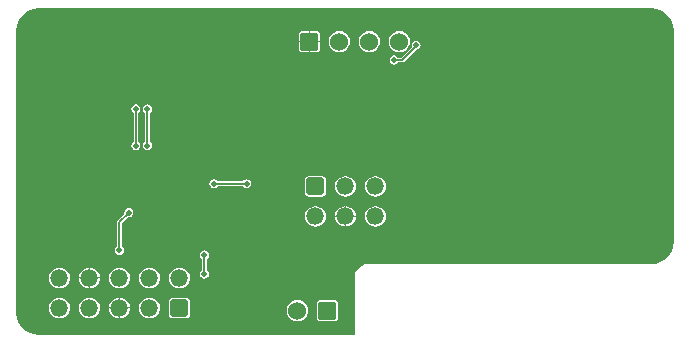
<source format=gbr>
%TF.GenerationSoftware,Altium Limited,Altium Designer,20.1.8 (145)*%
G04 Layer_Physical_Order=4*
G04 Layer_Color=16728128*
%FSLAX45Y45*%
%MOMM*%
%TF.SameCoordinates,98D083CD-8668-4ABA-A521-F4C8EB5CE2D3*%
%TF.FilePolarity,Positive*%
%TF.FileFunction,Copper,L4,Bot,Signal*%
%TF.Part,Single*%
G01*
G75*
%TA.AperFunction,Conductor*%
%ADD24C,0.12700*%
%TA.AperFunction,ComponentPad*%
%ADD29C,1.50000*%
G04:AMPARAMS|DCode=30|XSize=1.524mm|YSize=1.524mm|CornerRadius=0.1905mm|HoleSize=0mm|Usage=FLASHONLY|Rotation=180.000|XOffset=0mm|YOffset=0mm|HoleType=Round|Shape=RoundedRectangle|*
%AMROUNDEDRECTD30*
21,1,1.52400,1.14300,0,0,180.0*
21,1,1.14300,1.52400,0,0,180.0*
1,1,0.38100,-0.57150,0.57150*
1,1,0.38100,0.57150,0.57150*
1,1,0.38100,0.57150,-0.57150*
1,1,0.38100,-0.57150,-0.57150*
%
%ADD30ROUNDEDRECTD30*%
%ADD31C,1.52400*%
G04:AMPARAMS|DCode=32|XSize=1.5mm|YSize=1.45mm|CornerRadius=0.18125mm|HoleSize=0mm|Usage=FLASHONLY|Rotation=180.000|XOffset=0mm|YOffset=0mm|HoleType=Round|Shape=RoundedRectangle|*
%AMROUNDEDRECTD32*
21,1,1.50000,1.08750,0,0,180.0*
21,1,1.13750,1.45000,0,0,180.0*
1,1,0.36250,-0.56875,0.54375*
1,1,0.36250,0.56875,0.54375*
1,1,0.36250,0.56875,-0.54375*
1,1,0.36250,-0.56875,-0.54375*
%
%ADD32ROUNDEDRECTD32*%
%ADD33O,1.50000X1.45000*%
%TA.AperFunction,ViaPad*%
%ADD34C,3.00000*%
%ADD35C,0.50000*%
G36*
X5400001Y2781824D02*
X5435473Y2778330D01*
X5469582Y2767984D01*
X5501017Y2751181D01*
X5528570Y2728569D01*
X5551183Y2701016D01*
X5567985Y2669581D01*
X5578332Y2635472D01*
X5581826Y2600000D01*
X5581872D01*
Y800000D01*
X5581826D01*
X5578332Y764528D01*
X5567985Y730419D01*
X5551182Y698983D01*
X5528570Y671430D01*
X5501017Y648818D01*
X5469582Y632015D01*
X5435472Y621669D01*
X5400000Y618175D01*
Y618129D01*
X3000000Y618129D01*
Y618797D01*
X2969253Y614749D01*
X2940602Y602881D01*
X2915998Y584002D01*
X2897119Y559398D01*
X2885252Y530747D01*
X2881204Y500001D01*
X2881872D01*
Y18128D01*
X200000D01*
Y18174D01*
X164528Y21668D01*
X130418Y32015D01*
X98983Y48818D01*
X71430Y71430D01*
X48818Y98983D01*
X32015Y130418D01*
X21668Y164528D01*
X18174Y200000D01*
X18128D01*
X18128Y2599999D01*
X18174D01*
X21668Y2635471D01*
X32015Y2669580D01*
X48818Y2701015D01*
X71430Y2728569D01*
X98983Y2751181D01*
X130418Y2767984D01*
X164528Y2778330D01*
X200000Y2781824D01*
Y2781870D01*
X5400000D01*
X5400001Y2781824D01*
D02*
G37*
%LPC*%
G36*
X2554850Y2589522D02*
X2504050D01*
Y2506350D01*
X2587222D01*
Y2557150D01*
X2584758Y2569538D01*
X2577740Y2580040D01*
X2567238Y2587058D01*
X2554850Y2589522D01*
D02*
G37*
G36*
X2491350D02*
X2440550D01*
X2428162Y2587058D01*
X2417659Y2580040D01*
X2410642Y2569538D01*
X2408178Y2557150D01*
Y2506350D01*
X2491350D01*
Y2589522D01*
D02*
G37*
G36*
X3402264Y2507933D02*
X3387555Y2505007D01*
X3375084Y2496674D01*
X3366752Y2484204D01*
X3363826Y2469494D01*
X3366726Y2454916D01*
X3276126Y2364316D01*
X3248687D01*
X3243504Y2372073D01*
X3231033Y2380405D01*
X3216324Y2383332D01*
X3201614Y2380405D01*
X3189143Y2372073D01*
X3180811Y2359603D01*
X3177885Y2344893D01*
X3180811Y2330183D01*
X3189143Y2317713D01*
X3201614Y2309380D01*
X3216324Y2306454D01*
X3231033Y2309380D01*
X3243504Y2317713D01*
X3248687Y2325470D01*
X3284171D01*
X3291604Y2326949D01*
X3297905Y2331159D01*
X3398542Y2431796D01*
X3402264Y2431056D01*
X3416974Y2433982D01*
X3429445Y2442314D01*
X3437777Y2454784D01*
X3440703Y2469494D01*
X3437777Y2484204D01*
X3429445Y2496674D01*
X3416974Y2505007D01*
X3402264Y2507933D01*
D02*
G37*
G36*
X2587222Y2493650D02*
X2504050D01*
Y2410478D01*
X2554850D01*
X2567238Y2412942D01*
X2577740Y2419959D01*
X2584758Y2430461D01*
X2587222Y2442850D01*
Y2493650D01*
D02*
G37*
G36*
X2491350D02*
X2408178D01*
Y2442850D01*
X2410642Y2430461D01*
X2417659Y2419959D01*
X2428162Y2412942D01*
X2440550Y2410478D01*
X2491350D01*
Y2493650D01*
D02*
G37*
G36*
X3259700Y2589667D02*
X3236492Y2586612D01*
X3214866Y2577654D01*
X3196296Y2563404D01*
X3182046Y2544833D01*
X3173088Y2523207D01*
X3170033Y2500000D01*
X3173088Y2476792D01*
X3182046Y2455166D01*
X3196296Y2436596D01*
X3214866Y2422346D01*
X3236492Y2413388D01*
X3259700Y2410333D01*
X3282907Y2413388D01*
X3304533Y2422346D01*
X3323104Y2436596D01*
X3337354Y2455166D01*
X3346312Y2476792D01*
X3349367Y2500000D01*
X3346312Y2523207D01*
X3337354Y2544833D01*
X3323104Y2563404D01*
X3304533Y2577654D01*
X3282907Y2586612D01*
X3259700Y2589667D01*
D02*
G37*
G36*
X3005700D02*
X2982492Y2586612D01*
X2960866Y2577654D01*
X2942296Y2563404D01*
X2928046Y2544833D01*
X2919088Y2523207D01*
X2916033Y2500000D01*
X2919088Y2476792D01*
X2928046Y2455166D01*
X2942296Y2436596D01*
X2960866Y2422346D01*
X2982492Y2413388D01*
X3005700Y2410333D01*
X3028907Y2413388D01*
X3050533Y2422346D01*
X3069104Y2436596D01*
X3083354Y2455166D01*
X3092312Y2476792D01*
X3095367Y2500000D01*
X3092312Y2523207D01*
X3083354Y2544833D01*
X3069104Y2563404D01*
X3050533Y2577654D01*
X3028907Y2586612D01*
X3005700Y2589667D01*
D02*
G37*
G36*
X2751700D02*
X2728492Y2586612D01*
X2706866Y2577654D01*
X2688296Y2563404D01*
X2674046Y2544833D01*
X2665088Y2523207D01*
X2662033Y2500000D01*
X2665088Y2476792D01*
X2674046Y2455166D01*
X2688296Y2436596D01*
X2706866Y2422346D01*
X2728492Y2413388D01*
X2751700Y2410333D01*
X2774907Y2413388D01*
X2796533Y2422346D01*
X2815104Y2436596D01*
X2829354Y2455166D01*
X2838312Y2476792D01*
X2841367Y2500000D01*
X2838312Y2523207D01*
X2829354Y2544833D01*
X2815104Y2563404D01*
X2796533Y2577654D01*
X2774907Y2586612D01*
X2751700Y2589667D01*
D02*
G37*
G36*
X1126580Y1970065D02*
X1111870Y1967139D01*
X1099400Y1958807D01*
X1091067Y1946336D01*
X1088141Y1931626D01*
X1091067Y1916916D01*
X1099400Y1904446D01*
X1107157Y1899263D01*
Y1653106D01*
X1099400Y1647923D01*
X1091067Y1635453D01*
X1088141Y1620743D01*
X1091067Y1606033D01*
X1099400Y1593562D01*
X1111870Y1585230D01*
X1126580Y1582304D01*
X1141290Y1585230D01*
X1153760Y1593562D01*
X1162092Y1606033D01*
X1165018Y1620743D01*
X1162092Y1635453D01*
X1153760Y1647923D01*
X1146003Y1653106D01*
Y1899263D01*
X1153760Y1904446D01*
X1162092Y1916916D01*
X1165018Y1931626D01*
X1162092Y1946336D01*
X1153760Y1958807D01*
X1141290Y1967139D01*
X1126580Y1970065D01*
D02*
G37*
G36*
X1029547D02*
X1014837Y1967139D01*
X1002367Y1958807D01*
X994034Y1946336D01*
X991108Y1931626D01*
X994034Y1916916D01*
X1002367Y1904446D01*
X1010124Y1899263D01*
Y1653106D01*
X1002367Y1647923D01*
X994034Y1635453D01*
X991108Y1620743D01*
X994034Y1606033D01*
X1002367Y1593562D01*
X1014837Y1585230D01*
X1029547Y1582304D01*
X1044257Y1585230D01*
X1056727Y1593562D01*
X1065059Y1606033D01*
X1067985Y1620743D01*
X1065059Y1635453D01*
X1056727Y1647923D01*
X1048970Y1653106D01*
Y1899263D01*
X1056727Y1904446D01*
X1065059Y1916916D01*
X1067985Y1931626D01*
X1065059Y1946336D01*
X1056727Y1958807D01*
X1044257Y1967139D01*
X1029547Y1970065D01*
D02*
G37*
G36*
X1966064Y1336078D02*
X1951354Y1333152D01*
X1938883Y1324820D01*
X1933700Y1317062D01*
X1721953D01*
X1716770Y1324820D01*
X1704299Y1333152D01*
X1689589Y1336078D01*
X1674880Y1333152D01*
X1662409Y1324820D01*
X1654077Y1312349D01*
X1651151Y1297639D01*
X1654077Y1282929D01*
X1662409Y1270459D01*
X1674880Y1262127D01*
X1689589Y1259201D01*
X1704299Y1262127D01*
X1716770Y1270459D01*
X1721953Y1278216D01*
X1933700D01*
X1938883Y1270459D01*
X1951354Y1262127D01*
X1966064Y1259201D01*
X1980774Y1262127D01*
X1993244Y1270459D01*
X2001576Y1282929D01*
X2004502Y1297639D01*
X2001576Y1312349D01*
X1993244Y1324820D01*
X1980774Y1333152D01*
X1966064Y1336078D01*
D02*
G37*
G36*
X2607035Y1360884D02*
X2493285D01*
X2481258Y1358492D01*
X2471061Y1351679D01*
X2464249Y1341482D01*
X2461856Y1329455D01*
Y1220705D01*
X2464249Y1208678D01*
X2471061Y1198481D01*
X2481258Y1191668D01*
X2493285Y1189276D01*
X2607035D01*
X2619062Y1191668D01*
X2629259Y1198481D01*
X2636071Y1208678D01*
X2638464Y1220705D01*
Y1329455D01*
X2636071Y1341482D01*
X2629259Y1351679D01*
X2619062Y1358492D01*
X2607035Y1360884D01*
D02*
G37*
G36*
X3060660Y1361015D02*
X3055660D01*
X3033419Y1358087D01*
X3012692Y1349502D01*
X2994895Y1335845D01*
X2981238Y1318048D01*
X2972653Y1297322D01*
X2969725Y1275080D01*
X2972653Y1252838D01*
X2981238Y1232112D01*
X2994895Y1214315D01*
X3012692Y1200658D01*
X3033419Y1192073D01*
X3055660Y1189145D01*
X3060660D01*
X3082901Y1192073D01*
X3103628Y1200658D01*
X3121425Y1214315D01*
X3135082Y1232112D01*
X3143667Y1252838D01*
X3146595Y1275080D01*
X3143667Y1297322D01*
X3135082Y1318048D01*
X3121425Y1335845D01*
X3103628Y1349502D01*
X3082901Y1358087D01*
X3060660Y1361015D01*
D02*
G37*
G36*
X2806660D02*
X2801660D01*
X2779419Y1358087D01*
X2758692Y1349502D01*
X2740895Y1335845D01*
X2727238Y1318048D01*
X2718653Y1297322D01*
X2715725Y1275080D01*
X2718653Y1252838D01*
X2727238Y1232112D01*
X2740895Y1214315D01*
X2758692Y1200658D01*
X2779419Y1192073D01*
X2801660Y1189145D01*
X2806660D01*
X2828901Y1192073D01*
X2849628Y1200658D01*
X2867425Y1214315D01*
X2881082Y1232112D01*
X2889667Y1252838D01*
X2892595Y1275080D01*
X2889667Y1297322D01*
X2881082Y1318048D01*
X2867425Y1335845D01*
X2849628Y1349502D01*
X2828901Y1358087D01*
X2806660Y1361015D01*
D02*
G37*
G36*
X2810510Y1106508D02*
Y1027430D01*
X2891759D01*
X2889667Y1043322D01*
X2881082Y1064048D01*
X2867425Y1081845D01*
X2849628Y1095502D01*
X2828901Y1104087D01*
X2810510Y1106508D01*
D02*
G37*
G36*
X2797810D02*
X2779419Y1104087D01*
X2758692Y1095502D01*
X2740895Y1081845D01*
X2727238Y1064048D01*
X2718653Y1043322D01*
X2716561Y1027430D01*
X2797810D01*
Y1106508D01*
D02*
G37*
G36*
X969802Y1092060D02*
X955092Y1089134D01*
X942621Y1080802D01*
X934289Y1068332D01*
X931363Y1053622D01*
X933183Y1044472D01*
X876665Y987954D01*
X872455Y981652D01*
X870976Y974219D01*
Y765123D01*
X863219Y759940D01*
X854887Y747469D01*
X851961Y732760D01*
X854887Y718050D01*
X863219Y705579D01*
X875689Y697247D01*
X890399Y694321D01*
X905109Y697247D01*
X917580Y705579D01*
X925912Y718050D01*
X928838Y732760D01*
X925912Y747469D01*
X917580Y759940D01*
X909822Y765123D01*
Y966174D01*
X960652Y1017003D01*
X969802Y1015183D01*
X984512Y1018109D01*
X996982Y1026441D01*
X1005314Y1038912D01*
X1008240Y1053622D01*
X1005314Y1068332D01*
X996982Y1080802D01*
X984512Y1089134D01*
X969802Y1092060D01*
D02*
G37*
G36*
X2891759Y1014730D02*
X2810510D01*
Y935652D01*
X2828901Y938073D01*
X2849628Y946658D01*
X2867425Y960315D01*
X2881082Y978112D01*
X2889667Y998838D01*
X2891759Y1014730D01*
D02*
G37*
G36*
X2797810D02*
X2716561D01*
X2718653Y998838D01*
X2727238Y978112D01*
X2740895Y960315D01*
X2758692Y946658D01*
X2779419Y938073D01*
X2797810Y935652D01*
Y1014730D01*
D02*
G37*
G36*
X3060660Y1107015D02*
X3055660D01*
X3033419Y1104087D01*
X3012692Y1095502D01*
X2994895Y1081845D01*
X2981238Y1064048D01*
X2972653Y1043322D01*
X2969725Y1021080D01*
X2972653Y998838D01*
X2981238Y978112D01*
X2994895Y960315D01*
X3012692Y946658D01*
X3033419Y938073D01*
X3055660Y935145D01*
X3060660D01*
X3082901Y938073D01*
X3103628Y946658D01*
X3121425Y960315D01*
X3135082Y978112D01*
X3143667Y998838D01*
X3146595Y1021080D01*
X3143667Y1043322D01*
X3135082Y1064048D01*
X3121425Y1081845D01*
X3103628Y1095502D01*
X3082901Y1104087D01*
X3060660Y1107015D01*
D02*
G37*
G36*
X2552660D02*
X2547660D01*
X2525419Y1104087D01*
X2504692Y1095502D01*
X2486895Y1081845D01*
X2473238Y1064048D01*
X2464653Y1043322D01*
X2461725Y1021080D01*
X2464653Y998838D01*
X2473238Y978112D01*
X2486895Y960315D01*
X2504692Y946658D01*
X2525419Y938073D01*
X2547660Y935145D01*
X2552660D01*
X2574901Y938073D01*
X2595628Y946658D01*
X2613425Y960315D01*
X2627082Y978112D01*
X2635667Y998838D01*
X2638595Y1021080D01*
X2635667Y1043322D01*
X2627082Y1064048D01*
X2613425Y1081845D01*
X2595628Y1095502D01*
X2574901Y1104087D01*
X2552660Y1107015D01*
D02*
G37*
G36*
X642749Y586888D02*
Y507810D01*
X723998D01*
X721906Y523702D01*
X713321Y544428D01*
X699664Y562225D01*
X681867Y575882D01*
X661141Y584467D01*
X642749Y586888D01*
D02*
G37*
G36*
X630049D02*
X611658Y584467D01*
X590932Y575882D01*
X573134Y562225D01*
X559477Y544428D01*
X550892Y523702D01*
X548800Y507810D01*
X630049D01*
Y586888D01*
D02*
G37*
G36*
X1610360Y734399D02*
X1595650Y731473D01*
X1583180Y723140D01*
X1574847Y710670D01*
X1571921Y695960D01*
X1574847Y681250D01*
X1583180Y668780D01*
X1590937Y663597D01*
Y564614D01*
X1583180Y559430D01*
X1574847Y546960D01*
X1571921Y532250D01*
X1574847Y517540D01*
X1583180Y505070D01*
X1595650Y496738D01*
X1610360Y493812D01*
X1625070Y496738D01*
X1637540Y505070D01*
X1645873Y517540D01*
X1648799Y532250D01*
X1645873Y546960D01*
X1637540Y559430D01*
X1629783Y564614D01*
Y663597D01*
X1637540Y668780D01*
X1645873Y681250D01*
X1648799Y695960D01*
X1645873Y710670D01*
X1637540Y723140D01*
X1625070Y731473D01*
X1610360Y734399D01*
D02*
G37*
G36*
X723998Y495110D02*
X642749D01*
Y416032D01*
X661141Y418453D01*
X681867Y427038D01*
X699664Y440695D01*
X713321Y458492D01*
X721906Y479218D01*
X723998Y495110D01*
D02*
G37*
G36*
X630049D02*
X548800D01*
X550892Y479218D01*
X559477Y458492D01*
X573134Y440695D01*
X590932Y427038D01*
X611658Y418453D01*
X630049Y416032D01*
Y495110D01*
D02*
G37*
G36*
X1400899Y587395D02*
X1395899D01*
X1373658Y584467D01*
X1352932Y575882D01*
X1335134Y562225D01*
X1321477Y544428D01*
X1312892Y523702D01*
X1309964Y501460D01*
X1312892Y479218D01*
X1321477Y458492D01*
X1335134Y440695D01*
X1352932Y427038D01*
X1373658Y418453D01*
X1395899Y415525D01*
X1400899D01*
X1423141Y418453D01*
X1443867Y427038D01*
X1461664Y440695D01*
X1475321Y458492D01*
X1483906Y479218D01*
X1486834Y501460D01*
X1483906Y523702D01*
X1475321Y544428D01*
X1461664Y562225D01*
X1443867Y575882D01*
X1423141Y584467D01*
X1400899Y587395D01*
D02*
G37*
G36*
X1146899D02*
X1141899D01*
X1119658Y584467D01*
X1098932Y575882D01*
X1081134Y562225D01*
X1067477Y544428D01*
X1058892Y523702D01*
X1055964Y501460D01*
X1058892Y479218D01*
X1067477Y458492D01*
X1081134Y440695D01*
X1098932Y427038D01*
X1119658Y418453D01*
X1141899Y415525D01*
X1146899D01*
X1169141Y418453D01*
X1189867Y427038D01*
X1207664Y440695D01*
X1221321Y458492D01*
X1229906Y479218D01*
X1232834Y501460D01*
X1229906Y523702D01*
X1221321Y544428D01*
X1207664Y562225D01*
X1189867Y575882D01*
X1169141Y584467D01*
X1146899Y587395D01*
D02*
G37*
G36*
X892899D02*
X887899D01*
X865658Y584467D01*
X844932Y575882D01*
X827134Y562225D01*
X813477Y544428D01*
X804892Y523702D01*
X801964Y501460D01*
X804892Y479218D01*
X813477Y458492D01*
X827134Y440695D01*
X844932Y427038D01*
X865658Y418453D01*
X887899Y415525D01*
X892899D01*
X915141Y418453D01*
X935867Y427038D01*
X953664Y440695D01*
X967321Y458492D01*
X975906Y479218D01*
X978834Y501460D01*
X975906Y523702D01*
X967321Y544428D01*
X953664Y562225D01*
X935867Y575882D01*
X915141Y584467D01*
X892899Y587395D01*
D02*
G37*
G36*
X384899D02*
X379899D01*
X357658Y584467D01*
X336932Y575882D01*
X319134Y562225D01*
X305477Y544428D01*
X296892Y523702D01*
X293964Y501460D01*
X296892Y479218D01*
X305477Y458492D01*
X319134Y440695D01*
X336932Y427038D01*
X357658Y418453D01*
X379899Y415525D01*
X384899D01*
X407141Y418453D01*
X427867Y427038D01*
X445664Y440695D01*
X459321Y458492D01*
X467906Y479218D01*
X470834Y501460D01*
X467906Y523702D01*
X459321Y544428D01*
X445664Y562225D01*
X427867Y575882D01*
X407141Y584467D01*
X384899Y587395D01*
D02*
G37*
G36*
X896749Y332888D02*
Y253810D01*
X977998D01*
X975906Y269702D01*
X967321Y290428D01*
X953664Y308225D01*
X935867Y321882D01*
X915141Y330467D01*
X896749Y332888D01*
D02*
G37*
G36*
X884049D02*
X865658Y330467D01*
X844932Y321882D01*
X827134Y308225D01*
X813477Y290428D01*
X804892Y269702D01*
X802800Y253810D01*
X884049D01*
Y332888D01*
D02*
G37*
G36*
X977998Y241110D02*
X896749D01*
Y162032D01*
X915141Y164453D01*
X935867Y173038D01*
X953664Y186695D01*
X967321Y204492D01*
X975906Y225218D01*
X977998Y241110D01*
D02*
G37*
G36*
X884049D02*
X802800D01*
X804892Y225218D01*
X813477Y204492D01*
X827134Y186695D01*
X844932Y173038D01*
X865658Y164453D01*
X884049Y162032D01*
Y241110D01*
D02*
G37*
G36*
X1455274Y333264D02*
X1341524D01*
X1329497Y330872D01*
X1319301Y324059D01*
X1312488Y313862D01*
X1310095Y301835D01*
Y193085D01*
X1312488Y181058D01*
X1319301Y170861D01*
X1329497Y164048D01*
X1341524Y161656D01*
X1455274D01*
X1467302Y164048D01*
X1477498Y170861D01*
X1484311Y181058D01*
X1486703Y193085D01*
Y301835D01*
X1484311Y313862D01*
X1477498Y324059D01*
X1467302Y330872D01*
X1455274Y333264D01*
D02*
G37*
G36*
X1146899Y333395D02*
X1141899D01*
X1119658Y330467D01*
X1098932Y321882D01*
X1081134Y308225D01*
X1067477Y290428D01*
X1058892Y269702D01*
X1055964Y247460D01*
X1058892Y225218D01*
X1067477Y204492D01*
X1081134Y186695D01*
X1098932Y173038D01*
X1119658Y164453D01*
X1141899Y161525D01*
X1146899D01*
X1169141Y164453D01*
X1189867Y173038D01*
X1207664Y186695D01*
X1221321Y204492D01*
X1229906Y225218D01*
X1232834Y247460D01*
X1229906Y269702D01*
X1221321Y290428D01*
X1207664Y308225D01*
X1189867Y321882D01*
X1169141Y330467D01*
X1146899Y333395D01*
D02*
G37*
G36*
X638899D02*
X633899D01*
X611658Y330467D01*
X590932Y321882D01*
X573134Y308225D01*
X559477Y290428D01*
X550892Y269702D01*
X547964Y247460D01*
X550892Y225218D01*
X559477Y204492D01*
X573134Y186695D01*
X590932Y173038D01*
X611658Y164453D01*
X633899Y161525D01*
X638899D01*
X661141Y164453D01*
X681867Y173038D01*
X699664Y186695D01*
X713321Y204492D01*
X721906Y225218D01*
X724834Y247460D01*
X721906Y269702D01*
X713321Y290428D01*
X699664Y308225D01*
X681867Y321882D01*
X661141Y330467D01*
X638899Y333395D01*
D02*
G37*
G36*
X384899D02*
X379899D01*
X357658Y330467D01*
X336932Y321882D01*
X319134Y308225D01*
X305477Y290428D01*
X296892Y269702D01*
X293964Y247460D01*
X296892Y225218D01*
X305477Y204492D01*
X319134Y186695D01*
X336932Y173038D01*
X357658Y164453D01*
X379899Y161525D01*
X384899D01*
X407141Y164453D01*
X427867Y173038D01*
X445664Y186695D01*
X459321Y204492D01*
X467906Y225218D01*
X470834Y247460D01*
X467906Y269702D01*
X459321Y290428D01*
X445664Y308225D01*
X427867Y321882D01*
X407141Y330467D01*
X384899Y333395D01*
D02*
G37*
G36*
X2708910Y313042D02*
X2594610D01*
X2582222Y310578D01*
X2571720Y303560D01*
X2564702Y293058D01*
X2562238Y280670D01*
Y166370D01*
X2564702Y153982D01*
X2571720Y143480D01*
X2582222Y136462D01*
X2594610Y133998D01*
X2708910D01*
X2721299Y136462D01*
X2731801Y143480D01*
X2738818Y153982D01*
X2741282Y166370D01*
Y280670D01*
X2738818Y293058D01*
X2731801Y303560D01*
X2721299Y310578D01*
X2708910Y313042D01*
D02*
G37*
G36*
X2397760Y313187D02*
X2374553Y310132D01*
X2352927Y301174D01*
X2334356Y286924D01*
X2320106Y268354D01*
X2311149Y246727D01*
X2308093Y223520D01*
X2311149Y200313D01*
X2320106Y178686D01*
X2334356Y160116D01*
X2352927Y145866D01*
X2374553Y136908D01*
X2397760Y133853D01*
X2420968Y136908D01*
X2442594Y145866D01*
X2461164Y160116D01*
X2475414Y178686D01*
X2484372Y200313D01*
X2487427Y223520D01*
X2484372Y246727D01*
X2475414Y268354D01*
X2461164Y286924D01*
X2442594Y301174D01*
X2420968Y310132D01*
X2397760Y313187D01*
D02*
G37*
%LPD*%
D24*
X1126580Y1620743D02*
Y1931626D01*
X1029547Y1620743D02*
Y1931626D01*
X3216324Y2344893D02*
X3284171D01*
X3402264Y2462987D02*
Y2469494D01*
X3284171Y2344893D02*
X3402264Y2462987D01*
X3216324Y2344893D02*
X3216324Y2344893D01*
X1689589Y1297639D02*
X1966064D01*
X1663710Y660410D02*
Y663021D01*
X1610360Y532250D02*
Y695960D01*
X890399Y974219D02*
X969802Y1053622D01*
X890399Y730220D02*
Y974219D01*
D29*
X192904Y2146670D02*
D03*
X5046980Y2580640D02*
D03*
X192904Y1799694D02*
D03*
X1715259Y2578745D02*
D03*
X3042860Y1656590D02*
D03*
D30*
X2651760Y223520D02*
D03*
X2497700Y2500000D02*
D03*
D31*
X2397760Y223520D02*
D03*
X3259700Y2500000D02*
D03*
X3005700D02*
D03*
X2751700D02*
D03*
D32*
X1398399Y247460D02*
D03*
X2550160Y1275080D02*
D03*
D33*
X1144399Y247460D02*
D03*
X890399D02*
D03*
X636399D02*
D03*
X382399D02*
D03*
Y501460D02*
D03*
X636399D02*
D03*
X890399D02*
D03*
X1144399D02*
D03*
X1398399D02*
D03*
X2804160Y1275080D02*
D03*
X3058160D02*
D03*
Y1021080D02*
D03*
X2804160D02*
D03*
X2550160D02*
D03*
D34*
X200000Y2600000D02*
D03*
X5400000D02*
D03*
X2700000Y1700000D02*
D03*
X5400000Y800000D02*
D03*
D35*
X551846Y1700636D02*
D03*
X1153213Y2025857D02*
D03*
X976707Y1584193D02*
D03*
X3221556Y1924387D02*
D03*
X1029547Y1620743D02*
D03*
X1126580D02*
D03*
Y1931626D02*
D03*
X902860Y1809097D02*
D03*
X1544320Y55880D02*
D03*
X1789121Y50794D02*
D03*
X2828525Y1394642D02*
D03*
X2632646Y1164797D02*
D03*
X2487712Y1402767D02*
D03*
X3334884Y1683884D02*
D03*
X2929274Y1934099D02*
D03*
X3332606Y1905283D02*
D03*
X2556760Y538700D02*
D03*
X2618740D02*
D03*
Y618340D02*
D03*
Y696824D02*
D03*
X2556760D02*
D03*
X2493860Y618340D02*
D03*
Y538700D02*
D03*
Y696824D02*
D03*
X3215451Y2279479D02*
D03*
X3402264Y2469494D02*
D03*
X3216324Y2344893D02*
D03*
X3488769Y2195609D02*
D03*
X3636955Y1799018D02*
D03*
X3743797Y1998638D02*
D03*
X3644300Y2026983D02*
D03*
X3335021Y1802756D02*
D03*
X1633608Y1251502D02*
D03*
X1936900Y1225923D02*
D03*
X1987859Y1363641D02*
D03*
X1730875Y1347909D02*
D03*
X1966064Y1297639D02*
D03*
X3331573Y2104648D02*
D03*
X2226654Y1787092D02*
D03*
X3264146Y2200768D02*
D03*
X2844800Y2270760D02*
D03*
X2931764Y2308346D02*
D03*
X3124700Y2585720D02*
D03*
X3037840Y2669540D02*
D03*
X3124700Y2755900D02*
D03*
X3638799Y2660574D02*
D03*
X4541163Y2658788D02*
D03*
X2271900Y1704548D02*
D03*
X209149Y2371705D02*
D03*
X5472444Y1075824D02*
D03*
X5407414Y984782D02*
D03*
X2967606Y647601D02*
D03*
X3147277Y650550D02*
D03*
X5139394Y652953D02*
D03*
X4618892Y2752791D02*
D03*
X3639699Y2752792D02*
D03*
X229163Y45074D02*
D03*
X1305215Y1680376D02*
D03*
X1079354Y1676474D02*
D03*
X963916Y1744157D02*
D03*
X1830098Y1250099D02*
D03*
X1994823Y2102724D02*
D03*
X1658620Y1529080D02*
D03*
X845630Y686322D02*
D03*
X612446Y760886D02*
D03*
X669430Y693279D02*
D03*
X757530Y680241D02*
D03*
X1053960Y760893D02*
D03*
X996580D02*
D03*
X1654105Y927212D02*
D03*
X1562997Y813153D02*
D03*
X1557010Y663021D02*
D03*
X1663710D02*
D03*
X1665433Y562221D02*
D03*
X1555287D02*
D03*
X1610360Y532250D02*
D03*
Y695960D02*
D03*
X1934778Y2292505D02*
D03*
X408816Y2346013D02*
D03*
X418566Y2017136D02*
D03*
X101976Y722125D02*
D03*
X109355Y201352D02*
D03*
X714303Y110886D02*
D03*
X2820478Y79803D02*
D03*
X2840787Y505320D02*
D03*
X2515023Y331124D02*
D03*
X2250440Y281940D02*
D03*
X2308860Y121920D02*
D03*
X2034467Y45074D02*
D03*
X2519680Y132080D02*
D03*
X559145Y1140441D02*
D03*
X270454Y1148583D02*
D03*
X383865Y1076951D02*
D03*
X211341Y604570D02*
D03*
X702934Y1247677D02*
D03*
X742919Y1103827D02*
D03*
X781064Y977900D02*
D03*
X1116517Y1341689D02*
D03*
X495687Y2267579D02*
D03*
X534390Y2068646D02*
D03*
X1390346Y1923178D02*
D03*
X1552620Y2055327D02*
D03*
X1414780Y1144675D02*
D03*
X1722120Y2250900D02*
D03*
X1029547Y1931626D02*
D03*
X1420000Y2529840D02*
D03*
X581555D02*
D03*
X2332780Y1457960D02*
D03*
X2249050Y1375724D02*
D03*
X3333391Y2278169D02*
D03*
X969802Y1053622D02*
D03*
X890399Y732760D02*
D03*
X1689589Y1297639D02*
D03*
X1303020Y1457960D02*
D03*
X1023880Y596900D02*
D03*
X940125Y677553D02*
D03*
X1686560Y820000D02*
D03*
Y1079840D02*
D03*
X5381709Y2359706D02*
D03*
X1387800Y1541780D02*
D03*
X1982840Y445321D02*
D03*
X1831853Y1346203D02*
D03*
X2004060Y1985000D02*
D03*
X231140Y1442720D02*
D03*
X469900Y878660D02*
D03*
X5381709Y2192423D02*
D03*
X2142800Y906780D02*
D03*
X2205020D02*
D03*
X2078280D02*
D03*
Y713740D02*
D03*
X2142800D02*
D03*
X2205020D02*
D03*
X2112800Y2046644D02*
D03*
X1387800Y1374140D02*
D03*
X2284346Y580321D02*
D03*
Y502860D02*
D03*
Y657413D02*
D03*
X2160580Y657860D02*
D03*
Y502860D02*
D03*
Y580321D02*
D03*
X996580Y976622D02*
D03*
X2249050Y1539240D02*
D03*
X2222500Y1985000D02*
D03*
X5467520Y2275737D02*
D03*
X3488251Y2372249D02*
D03*
X3643110Y2278169D02*
D03*
X1771220Y1160780D02*
D03*
X1770860Y998220D02*
D03*
X1771220Y901700D02*
D03*
Y739140D02*
D03*
X384568Y883572D02*
D03*
X1884680Y218440D02*
D03*
X1971892Y304600D02*
D03*
X1972680Y134266D02*
D03*
X1898600Y357941D02*
D03*
X1816100Y445321D02*
D03*
X2222800Y502860D02*
D03*
Y657860D02*
D03*
%TF.MD5,40e13e3235ed57a276b80dd9a3af48ec*%
M02*

</source>
